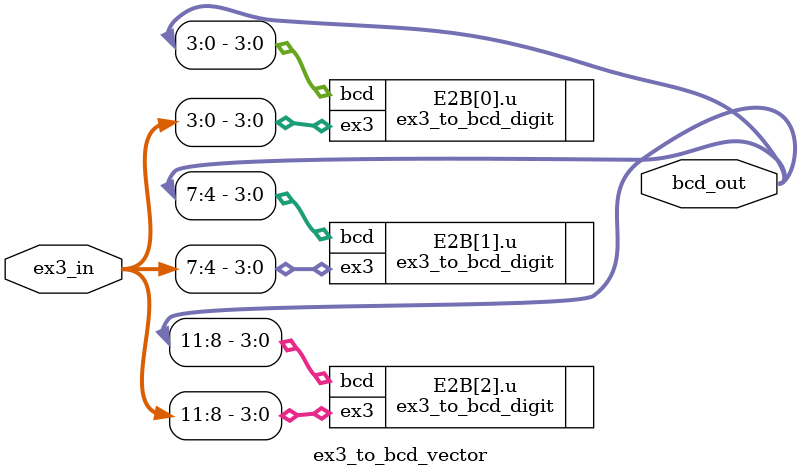
<source format=v>
`timescale 1ns/1ps
module bcd_to_ex3_vector #(parameter DIGITS = 3)(
  input  wire [DIGITS*4-1:0] bcd_in,
  output wire [DIGITS*4-1:0] ex3_out
);
  genvar i;
  generate
    for (i = 0; i < DIGITS; i = i + 1) begin : B2E
      bcd_to_ex3_digit u(.bcd(bcd_in[i*4 +: 4]), .ex3(ex3_out[i*4 +: 4]));
    end
  endgenerate
endmodule

`timescale 1ns/1ps
module ex3_to_bcd_vector #(parameter DIGITS = 3)(
  input  wire [DIGITS*4-1:0] ex3_in,
  output wire [DIGITS*4-1:0] bcd_out
);
  genvar i;
  generate
    for (i = 0; i < DIGITS; i = i + 1) begin : E2B
      ex3_to_bcd_digit u(.ex3(ex3_in[i*4 +: 4]), .bcd(bcd_out[i*4 +: 4]));
    end
  endgenerate
endmodule

</source>
